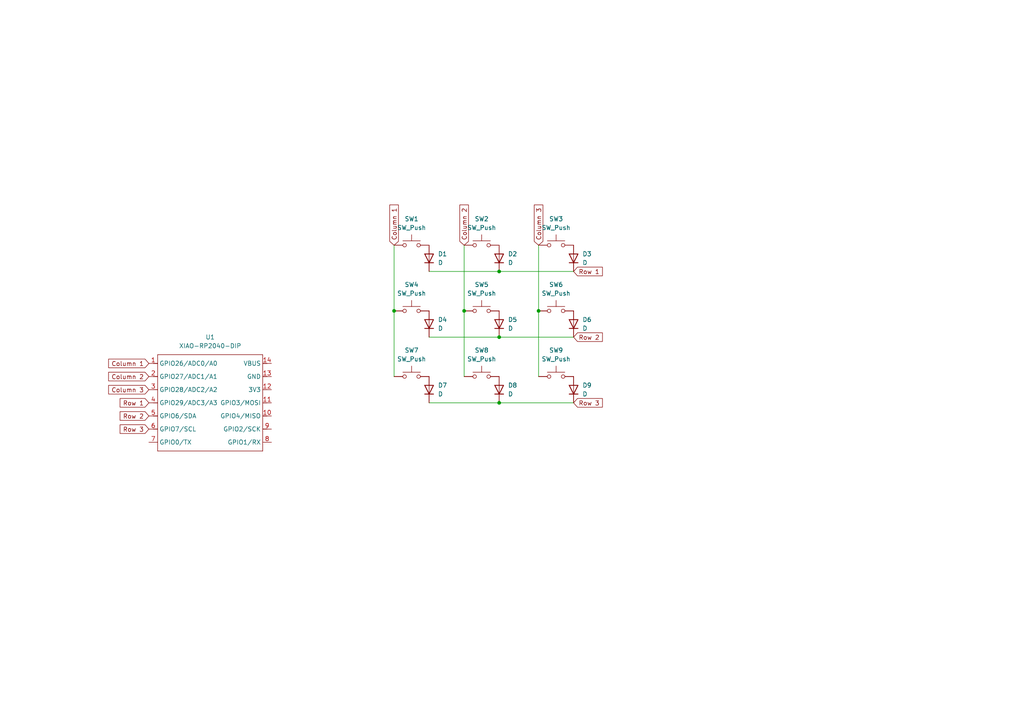
<source format=kicad_sch>
(kicad_sch (version 20231120) (generator "eeschema") (generator_version "8.0")
  (paper "A4")
  (lib_symbols
    (symbol "Device:D" (pin_numbers hide) (pin_names (offset 1.016) hide)
      (property "Reference" "D" (at 0 2.54 0))
      (property "Value" "D" (at 0 -2.54 0))
      (symbol "D_0_1"
        (polyline (pts (xy -1.27 1.27) (xy -1.27 -1.27)) (stroke (width 0.254)))
        (polyline (pts (xy 1.27 0) (xy -1.27 0)))
        (polyline (pts (xy 1.27 1.27) (xy 1.27 -1.27) (xy -1.27 0) (xy 1.27 1.27)) (stroke (width 0.254)))
      )
      (symbol "D_1_1"
        (pin passive line (at -3.81 0 0) (length 2.54) (name "K") (number "1"))
        (pin passive line (at 3.81 0 180) (length 2.54) (name "A") (number "2"))
      )
    )
    (symbol "Seeed_Studio_XIAO_Series:XIAO-RP2040-DIP"
      (property "Reference" "U" (at 0 0 0))
      (property "Value" "XIAO-RP2040-DIP" (at 5.334 -1.778 0))
      (symbol "XIAO-RP2040-DIP_1_0"
        (polyline (pts (xy -1.27 -30.48) (xy -1.27 -16.51)) (stroke (width 0.1524)))
        (polyline (pts (xy -1.27 -27.94) (xy -2.54 -27.94)) (stroke (width 0.1524)))
        (polyline (pts (xy -1.27 -24.13) (xy -2.54 -24.13)) (stroke (width 0.1524)))
        (polyline (pts (xy -1.27 -20.32) (xy -2.54 -20.32)) (stroke (width 0.1524)))
        (polyline (pts (xy -1.27 -16.51) (xy -2.54 -16.51)) (stroke (width 0.1524)))
        (polyline (pts (xy -1.27 -16.51) (xy -1.27 -12.7)) (stroke (width 0.1524)))
        (polyline (pts (xy -1.27 -12.7) (xy -2.54 -12.7)) (stroke (width 0.1524)))
        (polyline (pts (xy -1.27 -12.7) (xy -1.27 -8.89)) (stroke (width 0.1524)))
        (polyline (pts (xy -1.27 -8.89) (xy -2.54 -8.89)) (stroke (width 0.1524)))
        (polyline (pts (xy -1.27 -8.89) (xy -1.27 -5.08)) (stroke (width 0.1524)))
        (polyline (pts (xy -1.27 -5.08) (xy -2.54 -5.08)) (stroke (width 0.1524)))
        (polyline (pts (xy -1.27 -5.08) (xy -1.27 -2.54)) (stroke (width 0.1524)))
        (polyline (pts (xy -1.27 -2.54) (xy 29.21 -2.54)) (stroke (width 0.1524)))
        (polyline (pts (xy 29.21 -30.48) (xy -1.27 -30.48)) (stroke (width 0.1524)))
        (polyline (pts (xy 29.21 -12.7) (xy 29.21 -30.48)) (stroke (width 0.1524)))
        (polyline (pts (xy 29.21 -8.89) (xy 29.21 -12.7)) (stroke (width 0.1524)))
        (polyline (pts (xy 29.21 -5.08) (xy 29.21 -8.89)) (stroke (width 0.1524)))
        (polyline (pts (xy 29.21 -2.54) (xy 29.21 -5.08)) (stroke (width 0.1524)))
        (polyline (pts (xy 30.48 -27.94) (xy 29.21 -27.94)) (stroke (width 0.1524)))
        (polyline (pts (xy 30.48 -24.13) (xy 29.21 -24.13)) (stroke (width 0.1524)))
        (polyline (pts (xy 30.48 -20.32) (xy 29.21 -20.32)) (stroke (width 0.1524)))
        (polyline (pts (xy 30.48 -16.51) (xy 29.21 -16.51)) (stroke (width 0.1524)))
        (polyline (pts (xy 30.48 -12.7) (xy 29.21 -12.7)) (stroke (width 0.1524)))
        (polyline (pts (xy 30.48 -8.89) (xy 29.21 -8.89)) (stroke (width 0.1524)))
        (polyline (pts (xy 30.48 -5.08) (xy 29.21 -5.08)) (stroke (width 0.1524)))
        (pin passive line (at -3.81 -5.08 0) (length 2.54) (name "GPIO26/ADC0/A0") (number "1"))
        (pin passive line (at 31.75 -20.32 180) (length 2.54) (name "GPIO4/MISO") (number "10"))
        (pin passive line (at 31.75 -16.51 180) (length 2.54) (name "GPIO3/MOSI") (number "11"))
        (pin passive line (at 31.75 -12.7 180) (length 2.54) (name "3V3") (number "12"))
        (pin passive line (at 31.75 -8.89 180) (length 2.54) (name "GND") (number "13"))
        (pin passive line (at 31.75 -5.08 180) (length 2.54) (name "VBUS") (number "14"))
        (pin passive line (at -3.81 -8.89 0) (length 2.54) (name "GPIO27/ADC1/A1") (number "2"))
        (pin passive line (at -3.81 -12.7 0) (length 2.54) (name "GPIO28/ADC2/A2") (number "3"))
        (pin passive line (at -3.81 -16.51 0) (length 2.54) (name "GPIO29/ADC3/A3") (number "4"))
        (pin passive line (at -3.81 -20.32 0) (length 2.54) (name "GPIO6/SDA") (number "5"))
        (pin passive line (at -3.81 -24.13 0) (length 2.54) (name "GPIO7/SCL") (number "6"))
        (pin passive line (at -3.81 -27.94 0) (length 2.54) (name "GPIO0/TX") (number "7"))
        (pin passive line (at 31.75 -27.94 180) (length 2.54) (name "GPIO1/RX") (number "8"))
        (pin passive line (at 31.75 -24.13 180) (length 2.54) (name "GPIO2/SCK") (number "9"))
      )
    )
    (symbol "Switch:SW_Push" (pin_numbers hide) (pin_names (offset 1.016) hide)
      (property "Reference" "SW" (at 1.27 2.54 0))
      (property "Value" "SW_Push" (at 0 -1.524 0))
      (symbol "SW_Push_0_1"
        (circle (center -2.032 0) (radius 0.508))
        (polyline (pts (xy 0 1.27) (xy 0 3.048)))
        (polyline (pts (xy 2.54 1.27) (xy -2.54 1.27)))
        (circle (center 2.032 0) (radius 0.508))
        (pin passive line (at -5.08 0 0) (length 2.54) (name "1") (number "1"))
        (pin passive line (at 5.08 0 180) (length 2.54) (name "2") (number "2"))
      )
    )
  )
  (junction (at 114.3 90.17))
  (junction (at 134.62 90.17))
  (junction (at 144.78 78.74))
  (junction (at 144.78 116.84))
  (junction (at 156.21 90.17))
  (junction (at 144.78 97.79))
  (wire (pts (xy 144.78 97.79) (xy 166.37 97.79)))
  (wire (pts (xy 124.46 97.79) (xy 144.78 97.79)))
  (wire (pts (xy 124.46 78.74) (xy 144.78 78.74)))
  (wire (pts (xy 134.62 90.17) (xy 134.62 109.22)))
  (wire (pts (xy 114.3 71.12) (xy 114.3 90.17)))
  (wire (pts (xy 144.78 116.84) (xy 166.37 116.84)))
  (wire (pts (xy 144.78 78.74) (xy 166.37 78.74)))
  (wire (pts (xy 124.46 116.84) (xy 144.78 116.84)))
  (wire (pts (xy 114.3 90.17) (xy 114.3 109.22)))
  (wire (pts (xy 156.21 90.17) (xy 156.21 109.22)))
  (wire (pts (xy 134.62 71.12) (xy 134.62 90.17)))
  (wire (pts (xy 156.21 71.12) (xy 156.21 90.17)))
  (global_label "Column 1" (shape input) (at 114.3 71.12 90) (property "Intersheetrefs" "${INTERSHEET_REFS}" (effects (hide yes))))
  (global_label "Column 3" (shape input) (at 43.18 113.03 180) (property "Intersheetrefs" "${INTERSHEET_REFS}" (effects (hide yes))))
  (global_label "Column 3" (shape input) (at 156.21 71.12 90) (property "Intersheetrefs" "${INTERSHEET_REFS}" (effects (hide yes))))
  (global_label "Column 2" (shape input) (at 43.18 109.22 180) (property "Intersheetrefs" "${INTERSHEET_REFS}" (effects (hide yes))))
  (global_label "Row 2" (shape input) (at 43.18 120.65 180) (property "Intersheetrefs" "${INTERSHEET_REFS}" (effects (hide yes))))
  (global_label "Row 1" (shape input) (at 166.37 78.74 0) (property "Intersheetrefs" "${INTERSHEET_REFS}" (effects (hide yes))))
  (global_label "Row 1" (shape input) (at 43.18 116.84 180) (property "Intersheetrefs" "${INTERSHEET_REFS}" (effects (hide yes))))
  (global_label "Row 3" (shape input) (at 43.18 124.46 180) (property "Intersheetrefs" "${INTERSHEET_REFS}" (effects (hide yes))))
  (global_label "Row 2" (shape input) (at 166.37 97.79 0) (property "Intersheetrefs" "${INTERSHEET_REFS}" (effects (hide yes))))
  (global_label "Column 2" (shape input) (at 134.62 71.12 90) (property "Intersheetrefs" "${INTERSHEET_REFS}" (effects (hide yes))))
  (global_label "Row 3" (shape input) (at 166.37 116.84 0) (property "Intersheetrefs" "${INTERSHEET_REFS}" (effects (hide yes))))
  (global_label "Column 1" (shape input) (at 43.18 105.41 180) (property "Intersheetrefs" "${INTERSHEET_REFS}" (effects (hide yes))))
  (symbol (lib_id "Seeed_Studio_XIAO_Series:XIAO-RP2040-DIP") (at 46.99 100.33 0) (unit 1)
    (property "Reference" "U1" (at 60.96 97.79 0))
    (property "Value" "XIAO-RP2040-DIP" (at 60.96 100.33 0))
    (property "Footprint" "opl-seeed:XIAO-SAMD21-DIP" (effects (hide yes)))
  )
  (symbol (lib_id "Switch:SW_Push") (at 139.7 90.17 0) (unit 1)
    (property "Reference" "SW5" (at 139.7 82.55 0))
    (property "Value" "SW_Push" (at 139.7 85.09 0))
    (property "Footprint" "PCM_Switch_Keyboard_Cherry_MX:SW_Cherry_MX_PCB_1.00u" (effects (hide yes)))
    (property "Description" "Push button switch, generic, two pins" (effects (hide yes)))
  )
  (symbol (lib_id "Device:D") (at 144.78 113.03 90) (unit 1)
    (property "Reference" "D8" (at 147.32 111.7599 90) (effects (justify right)))
    (property "Value" "D" (at 147.32 114.2999 90) (effects (justify right)))
    (property "Footprint" "Diode_THT:D_DO-35_SOD27_P7.62mm_Horizontal" (effects (hide yes)))
    (property "Description" "Diode" (effects (hide yes)))
    (property "Sim.Device" "D" (effects (hide yes)))
    (property "Sim.Pins" "1=K 2=A" (effects (hide yes)))
  )
  (symbol (lib_id "Switch:SW_Push") (at 161.29 90.17 0) (unit 1)
    (property "Reference" "SW6" (at 161.29 82.55 0))
    (property "Value" "SW_Push" (at 161.29 85.09 0))
    (property "Footprint" "PCM_Switch_Keyboard_Cherry_MX:SW_Cherry_MX_PCB_1.00u" (effects (hide yes)))
    (property "Description" "Push button switch, generic, two pins" (effects (hide yes)))
  )
  (symbol (lib_id "Device:D") (at 124.46 113.03 90) (unit 1)
    (property "Reference" "D7" (at 127 111.7599 90) (effects (justify right)))
    (property "Value" "D" (at 127 114.2999 90) (effects (justify right)))
    (property "Footprint" "Diode_THT:D_DO-35_SOD27_P7.62mm_Horizontal" (effects (hide yes)))
    (property "Description" "Diode" (effects (hide yes)))
    (property "Sim.Device" "D" (effects (hide yes)))
    (property "Sim.Pins" "1=K 2=A" (effects (hide yes)))
  )
  (symbol (lib_id "Device:D") (at 166.37 113.03 90) (unit 1)
    (property "Reference" "D9" (at 168.91 111.7599 90) (effects (justify right)))
    (property "Value" "D" (at 168.91 114.2999 90) (effects (justify right)))
    (property "Footprint" "Diode_THT:D_DO-35_SOD27_P7.62mm_Horizontal" (effects (hide yes)))
    (property "Description" "Diode" (effects (hide yes)))
    (property "Sim.Device" "D" (effects (hide yes)))
    (property "Sim.Pins" "1=K 2=A" (effects (hide yes)))
  )
  (symbol (lib_id "Switch:SW_Push") (at 161.29 109.22 0) (unit 1)
    (property "Reference" "SW9" (at 161.29 101.6 0))
    (property "Value" "SW_Push" (at 161.29 104.14 0))
    (property "Footprint" "PCM_Switch_Keyboard_Cherry_MX:SW_Cherry_MX_PCB_1.00u" (effects (hide yes)))
    (property "Description" "Push button switch, generic, two pins" (effects (hide yes)))
  )
  (symbol (lib_id "Device:D") (at 166.37 93.98 90) (unit 1)
    (property "Reference" "D6" (at 168.91 92.7099 90) (effects (justify right)))
    (property "Value" "D" (at 168.91 95.2499 90) (effects (justify right)))
    (property "Footprint" "Diode_THT:D_DO-35_SOD27_P7.62mm_Horizontal" (effects (hide yes)))
    (property "Description" "Diode" (effects (hide yes)))
    (property "Sim.Device" "D" (effects (hide yes)))
    (property "Sim.Pins" "1=K 2=A" (effects (hide yes)))
  )
  (symbol (lib_id "Switch:SW_Push") (at 161.29 71.12 0) (unit 1)
    (property "Reference" "SW3" (at 161.29 63.5 0))
    (property "Value" "SW_Push" (at 161.29 66.04 0))
    (property "Footprint" "PCM_Switch_Keyboard_Cherry_MX:SW_Cherry_MX_PCB_1.00u" (effects (hide yes)))
    (property "Description" "Push button switch, generic, two pins" (effects (hide yes)))
  )
  (symbol (lib_id "Device:D") (at 166.37 74.93 90) (unit 1)
    (property "Reference" "D3" (at 168.91 73.6599 90) (effects (justify right)))
    (property "Value" "D" (at 168.91 76.1999 90) (effects (justify right)))
    (property "Footprint" "Diode_THT:D_DO-35_SOD27_P7.62mm_Horizontal" (effects (hide yes)))
    (property "Description" "Diode" (effects (hide yes)))
    (property "Sim.Device" "D" (effects (hide yes)))
    (property "Sim.Pins" "1=K 2=A" (effects (hide yes)))
  )
  (symbol (lib_id "Device:D") (at 144.78 93.98 90) (unit 1)
    (property "Reference" "D5" (at 147.32 92.7099 90) (effects (justify right)))
    (property "Value" "D" (at 147.32 95.2499 90) (effects (justify right)))
    (property "Footprint" "Diode_THT:D_DO-35_SOD27_P7.62mm_Horizontal" (effects (hide yes)))
    (property "Description" "Diode" (effects (hide yes)))
    (property "Sim.Device" "D" (effects (hide yes)))
    (property "Sim.Pins" "1=K 2=A" (effects (hide yes)))
  )
  (symbol (lib_id "Switch:SW_Push") (at 139.7 71.12 0) (unit 1)
    (property "Reference" "SW2" (at 139.7 63.5 0))
    (property "Value" "SW_Push" (at 139.7 66.04 0))
    (property "Footprint" "PCM_Switch_Keyboard_Cherry_MX:SW_Cherry_MX_PCB_1.00u" (effects (hide yes)))
    (property "Description" "Push button switch, generic, two pins" (effects (hide yes)))
  )
  (symbol (lib_id "Switch:SW_Push") (at 119.38 71.12 0) (unit 1)
    (property "Reference" "SW1" (at 119.38 63.5 0))
    (property "Value" "SW_Push" (at 119.38 66.04 0))
    (property "Footprint" "PCM_Switch_Keyboard_Cherry_MX:SW_Cherry_MX_PCB_1.00u" (effects (hide yes)))
    (property "Description" "Push button switch, generic, two pins" (effects (hide yes)))
  )
  (symbol (lib_id "Device:D") (at 144.78 74.93 90) (unit 1)
    (property "Reference" "D2" (at 147.32 73.6599 90) (effects (justify right)))
    (property "Value" "D" (at 147.32 76.1999 90) (effects (justify right)))
    (property "Footprint" "Diode_THT:D_DO-35_SOD27_P7.62mm_Horizontal" (effects (hide yes)))
    (property "Description" "Diode" (effects (hide yes)))
    (property "Sim.Device" "D" (effects (hide yes)))
    (property "Sim.Pins" "1=K 2=A" (effects (hide yes)))
  )
  (symbol (lib_id "Device:D") (at 124.46 93.98 90) (unit 1)
    (property "Reference" "D4" (at 127 92.7099 90) (effects (justify right)))
    (property "Value" "D" (at 127 95.2499 90) (effects (justify right)))
    (property "Footprint" "Diode_THT:D_DO-35_SOD27_P7.62mm_Horizontal" (effects (hide yes)))
    (property "Description" "Diode" (effects (hide yes)))
    (property "Sim.Device" "D" (effects (hide yes)))
    (property "Sim.Pins" "1=K 2=A" (effects (hide yes)))
  )
  (symbol (lib_id "Switch:SW_Push") (at 119.38 90.17 0) (unit 1)
    (property "Reference" "SW4" (at 119.38 82.55 0))
    (property "Value" "SW_Push" (at 119.38 85.09 0))
    (property "Footprint" "PCM_Switch_Keyboard_Cherry_MX:SW_Cherry_MX_PCB_1.00u" (effects (hide yes)))
    (property "Description" "Push button switch, generic, two pins" (effects (hide yes)))
  )
  (symbol (lib_id "Switch:SW_Push") (at 119.38 109.22 0) (unit 1)
    (property "Reference" "SW7" (at 119.38 101.6 0))
    (property "Value" "SW_Push" (at 119.38 104.14 0))
    (property "Footprint" "PCM_Switch_Keyboard_Cherry_MX:SW_Cherry_MX_PCB_1.00u" (effects (hide yes)))
    (property "Description" "Push button switch, generic, two pins" (effects (hide yes)))
  )
  (symbol (lib_id "Device:D") (at 124.46 74.93 90) (unit 1)
    (property "Reference" "D1" (at 127 73.6599 90) (effects (justify right)))
    (property "Value" "D" (at 127 76.1999 90) (effects (justify right)))
    (property "Footprint" "Diode_THT:D_DO-35_SOD27_P7.62mm_Horizontal" (effects (hide yes)))
    (property "Description" "Diode" (effects (hide yes)))
    (property "Sim.Device" "D" (effects (hide yes)))
    (property "Sim.Pins" "1=K 2=A" (effects (hide yes)))
  )
  (symbol (lib_id "Switch:SW_Push") (at 139.7 109.22 0) (unit 1)
    (property "Reference" "SW8" (at 139.7 101.6 0))
    (property "Value" "SW_Push" (at 139.7 104.14 0))
    (property "Footprint" "PCM_Switch_Keyboard_Cherry_MX:SW_Cherry_MX_PCB_1.00u" (effects (hide yes)))
    (property "Description" "Push button switch, generic, two pins" (effects (hide yes)))
  )
)
</source>
